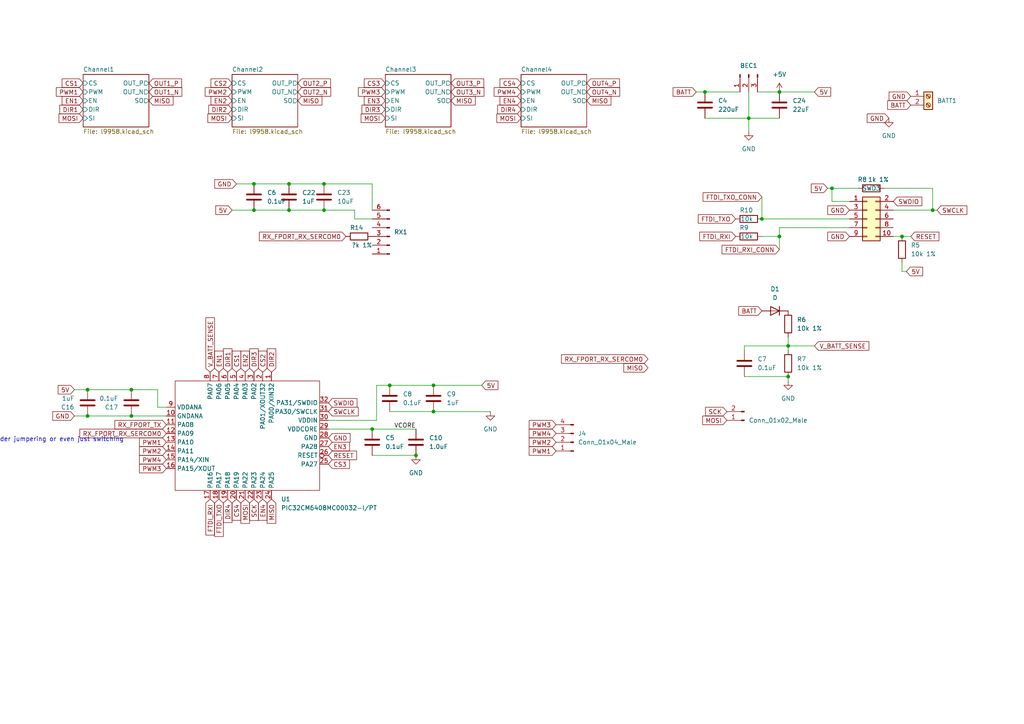
<source format=kicad_sch>
(kicad_sch (version 20211123) (generator eeschema)
  (paper "A4")
  (lib_symbols
    (symbol "Connector:Conn_01x02_Male" (pin_names (offset 1.016) hide)
      (property "Reference" "J" (at 0 2.54 0))
      (property "Value" "Conn_01x02_Male" (at 0 -5.08 0))
      (symbol "Conn_01x02_Male_1_1"
        (polyline (pts (xy 1.27 -2.54) (xy 0.8636 -2.54)) (stroke (width 0.1524)))
        (polyline (pts (xy 1.27 0) (xy 0.8636 0)) (stroke (width 0.1524)))
        (rectangle (start 0.8636 -2.413) (end 0 -2.667) (stroke (width 0.1524)) (fill (type outline)))
        (rectangle (start 0.8636 0.127) (end 0 -0.127) (stroke (width 0.1524)) (fill (type outline)))
        (pin passive line (at 5.08 0 180) (length 3.81) (name "Pin_1") (number "1"))
        (pin passive line (at 5.08 -2.54 180) (length 3.81) (name "Pin_2") (number "2"))
      )
    )
    (symbol "Connector:Conn_01x03_Male" (pin_names (offset 1.016) hide)
      (property "Reference" "J" (at 0 5.08 0))
      (property "Value" "Conn_01x03_Male" (at 0 -5.08 0))
      (symbol "Conn_01x03_Male_1_1"
        (polyline (pts (xy 1.27 -2.54) (xy 0.8636 -2.54)) (stroke (width 0.1524)))
        (polyline (pts (xy 1.27 0) (xy 0.8636 0)) (stroke (width 0.1524)))
        (polyline (pts (xy 1.27 2.54) (xy 0.8636 2.54)) (stroke (width 0.1524)))
        (rectangle (start 0.8636 -2.413) (end 0 -2.667) (stroke (width 0.1524)) (fill (type outline)))
        (rectangle (start 0.8636 0.127) (end 0 -0.127) (stroke (width 0.1524)) (fill (type outline)))
        (rectangle (start 0.8636 2.667) (end 0 2.413) (stroke (width 0.1524)) (fill (type outline)))
        (pin passive line (at 5.08 2.54 180) (length 3.81) (name "Pin_1") (number "1"))
        (pin passive line (at 5.08 0 180) (length 3.81) (name "Pin_2") (number "2"))
        (pin passive line (at 5.08 -2.54 180) (length 3.81) (name "Pin_3") (number "3"))
      )
    )
    (symbol "Connector:Conn_01x04_Male" (pin_names (offset 1.016) hide)
      (property "Reference" "J" (at 0 5.08 0))
      (property "Value" "Conn_01x04_Male" (at 0 -7.62 0))
      (symbol "Conn_01x04_Male_1_1"
        (polyline (pts (xy 1.27 -5.08) (xy 0.8636 -5.08)) (stroke (width 0.1524)))
        (polyline (pts (xy 1.27 -2.54) (xy 0.8636 -2.54)) (stroke (width 0.1524)))
        (polyline (pts (xy 1.27 0) (xy 0.8636 0)) (stroke (width 0.1524)))
        (polyline (pts (xy 1.27 2.54) (xy 0.8636 2.54)) (stroke (width 0.1524)))
        (rectangle (start 0.8636 -4.953) (end 0 -5.207) (stroke (width 0.1524)) (fill (type outline)))
        (rectangle (start 0.8636 -2.413) (end 0 -2.667) (stroke (width 0.1524)) (fill (type outline)))
        (rectangle (start 0.8636 0.127) (end 0 -0.127) (stroke (width 0.1524)) (fill (type outline)))
        (rectangle (start 0.8636 2.667) (end 0 2.413) (stroke (width 0.1524)) (fill (type outline)))
        (pin passive line (at 5.08 2.54 180) (length 3.81) (name "Pin_1") (number "1"))
        (pin passive line (at 5.08 0 180) (length 3.81) (name "Pin_2") (number "2"))
        (pin passive line (at 5.08 -2.54 180) (length 3.81) (name "Pin_3") (number "3"))
        (pin passive line (at 5.08 -5.08 180) (length 3.81) (name "Pin_4") (number "4"))
      )
    )
    (symbol "Connector:Conn_01x06_Male" (pin_names (offset 1.016) hide)
      (property "Reference" "J" (at 0 7.62 0))
      (property "Value" "Conn_01x06_Male" (at 0 -10.16 0))
      (symbol "Conn_01x06_Male_1_1"
        (polyline (pts (xy 1.27 -7.62) (xy 0.8636 -7.62)) (stroke (width 0.1524)))
        (polyline (pts (xy 1.27 -5.08) (xy 0.8636 -5.08)) (stroke (width 0.1524)))
        (polyline (pts (xy 1.27 -2.54) (xy 0.8636 -2.54)) (stroke (width 0.1524)))
        (polyline (pts (xy 1.27 0) (xy 0.8636 0)) (stroke (width 0.1524)))
        (polyline (pts (xy 1.27 2.54) (xy 0.8636 2.54)) (stroke (width 0.1524)))
        (polyline (pts (xy 1.27 5.08) (xy 0.8636 5.08)) (stroke (width 0.1524)))
        (rectangle (start 0.8636 -7.493) (end 0 -7.747) (stroke (width 0.1524)) (fill (type outline)))
        (rectangle (start 0.8636 -4.953) (end 0 -5.207) (stroke (width 0.1524)) (fill (type outline)))
        (rectangle (start 0.8636 -2.413) (end 0 -2.667) (stroke (width 0.1524)) (fill (type outline)))
        (rectangle (start 0.8636 0.127) (end 0 -0.127) (stroke (width 0.1524)) (fill (type outline)))
        (rectangle (start 0.8636 2.667) (end 0 2.413) (stroke (width 0.1524)) (fill (type outline)))
        (rectangle (start 0.8636 5.207) (end 0 4.953) (stroke (width 0.1524)) (fill (type outline)))
        (pin passive line (at 5.08 5.08 180) (length 3.81) (name "Pin_1") (number "1"))
        (pin passive line (at 5.08 2.54 180) (length 3.81) (name "Pin_2") (number "2"))
        (pin passive line (at 5.08 0 180) (length 3.81) (name "Pin_3") (number "3"))
        (pin passive line (at 5.08 -2.54 180) (length 3.81) (name "Pin_4") (number "4"))
        (pin passive line (at 5.08 -5.08 180) (length 3.81) (name "Pin_5") (number "5"))
        (pin passive line (at 5.08 -7.62 180) (length 3.81) (name "Pin_6") (number "6"))
      )
    )
    (symbol "Connector:Screw_Terminal_01x02" (pin_names (offset 1.016) hide)
      (property "Reference" "J" (at 0 2.54 0))
      (property "Value" "Screw_Terminal_01x02" (at 0 -5.08 0))
      (symbol "Screw_Terminal_01x02_1_1"
        (rectangle (start -1.27 1.27) (end 1.27 -3.81) (stroke (width 0.254)) (fill (type background)))
        (circle (center 0 -2.54) (radius 0.635) (stroke (width 0.1524)))
        (polyline (pts (xy -0.5334 -2.2098) (xy 0.3302 -3.048)) (stroke (width 0.1524)))
        (polyline (pts (xy -0.5334 0.3302) (xy 0.3302 -0.508)) (stroke (width 0.1524)))
        (polyline (pts (xy -0.3556 -2.032) (xy 0.508 -2.8702)) (stroke (width 0.1524)))
        (polyline (pts (xy -0.3556 0.508) (xy 0.508 -0.3302)) (stroke (width 0.1524)))
        (circle (center 0 0) (radius 0.635) (stroke (width 0.1524)))
        (pin passive line (at -5.08 0 0) (length 3.81) (name "Pin_1") (number "1"))
        (pin passive line (at -5.08 -2.54 0) (length 3.81) (name "Pin_2") (number "2"))
      )
    )
    (symbol "Connector_Generic:Conn_02x05_Odd_Even" (pin_names (offset 1.016) hide)
      (property "Reference" "J" (at 1.27 7.62 0))
      (property "Value" "Conn_02x05_Odd_Even" (at 1.27 -7.62 0))
      (symbol "Conn_02x05_Odd_Even_1_1"
        (rectangle (start -1.27 -4.953) (end 0 -5.207) (stroke (width 0.1524)))
        (rectangle (start -1.27 -2.413) (end 0 -2.667) (stroke (width 0.1524)))
        (rectangle (start -1.27 0.127) (end 0 -0.127) (stroke (width 0.1524)))
        (rectangle (start -1.27 2.667) (end 0 2.413) (stroke (width 0.1524)))
        (rectangle (start -1.27 5.207) (end 0 4.953) (stroke (width 0.1524)))
        (rectangle (start -1.27 6.35) (end 3.81 -6.35) (stroke (width 0.254)) (fill (type background)))
        (rectangle (start 3.81 -4.953) (end 2.54 -5.207) (stroke (width 0.1524)))
        (rectangle (start 3.81 -2.413) (end 2.54 -2.667) (stroke (width 0.1524)))
        (rectangle (start 3.81 0.127) (end 2.54 -0.127) (stroke (width 0.1524)))
        (rectangle (start 3.81 2.667) (end 2.54 2.413) (stroke (width 0.1524)))
        (rectangle (start 3.81 5.207) (end 2.54 4.953) (stroke (width 0.1524)))
        (pin passive line (at -5.08 5.08 0) (length 3.81) (name "Pin_1") (number "1"))
        (pin passive line (at 7.62 -5.08 180) (length 3.81) (name "Pin_10") (number "10"))
        (pin passive line (at 7.62 5.08 180) (length 3.81) (name "Pin_2") (number "2"))
        (pin passive line (at -5.08 2.54 0) (length 3.81) (name "Pin_3") (number "3"))
        (pin passive line (at 7.62 2.54 180) (length 3.81) (name "Pin_4") (number "4"))
        (pin passive line (at -5.08 0 0) (length 3.81) (name "Pin_5") (number "5"))
        (pin passive line (at 7.62 0 180) (length 3.81) (name "Pin_6") (number "6"))
        (pin passive line (at -5.08 -2.54 0) (length 3.81) (name "Pin_7") (number "7"))
        (pin passive line (at 7.62 -2.54 180) (length 3.81) (name "Pin_8") (number "8"))
        (pin passive line (at -5.08 -5.08 0) (length 3.81) (name "Pin_9") (number "9"))
      )
    )
    (symbol "D2:PIC32CM6408MC00032-I{slash}PT"
      (property "Reference" "U" (at -7.62 63.5 0))
      (property "Value" "PIC32CM6408MC00032-I{slash}PT" (at -7.62 -15.24 0))
      (symbol "PIC32CM6408MC00032-I{slash}PT_0_1"
        (rectangle (start -21.59 43.18) (end 10.16 1.27))
      )
      (symbol "PIC32CM6408MC00032-I{slash}PT_1_1"
        (pin bidirectional line (at -24.13 29.21 0) (length 2.54) (name "PA00/XIN32") (number "1"))
        (pin bidirectional line (at -11.43 -1.27 90) (length 2.54) (name "GNDANA") (number "10"))
        (pin bidirectional line (at -8.89 -1.27 90) (length 2.54) (name "PA08") (number "11"))
        (pin bidirectional line (at -6.35 -1.27 90) (length 2.54) (name "PA09") (number "12"))
        (pin bidirectional line (at -3.81 -1.27 90) (length 2.54) (name "PA10") (number "13"))
        (pin bidirectional line (at -1.27 -1.27 90) (length 2.54) (name "PA11") (number "14"))
        (pin bidirectional line (at 1.27 -1.27 90) (length 2.54) (name "PA14/XIN") (number "15"))
        (pin bidirectional line (at 3.81 -1.27 90) (length 2.54) (name "PA15/XOUT") (number "16"))
        (pin bidirectional line (at 12.7 11.43 180) (length 2.54) (name "PA16") (number "17"))
        (pin bidirectional line (at 12.7 13.97 180) (length 2.54) (name "PA17") (number "18"))
        (pin bidirectional line (at 12.7 16.51 180) (length 2.54) (name "PA18") (number "19"))
        (pin bidirectional line (at -24.13 26.67 0) (length 2.54) (name "PA01/XOUT32") (number "2"))
        (pin bidirectional line (at 12.7 19.05 180) (length 2.54) (name "PA19") (number "20"))
        (pin bidirectional line (at 12.7 21.59 180) (length 2.54) (name "PA22") (number "21"))
        (pin bidirectional line (at 12.7 24.13 180) (length 2.54) (name "PA23") (number "22"))
        (pin bidirectional line (at 12.7 26.67 180) (length 2.54) (name "PA24") (number "23"))
        (pin bidirectional line (at 12.7 29.21 180) (length 2.54) (name "PA25") (number "24"))
        (pin bidirectional line (at 2.54 45.72 270) (length 2.54) (name "PA27") (number "25"))
        (pin input inverted (at 0 45.72 270) (length 2.54) (name "RESET") (number "26"))
        (pin bidirectional line (at -2.54 45.72 270) (length 2.54) (name "PA28") (number "27"))
        (pin bidirectional line (at -5.08 45.72 270) (length 2.54) (name "GND") (number "28"))
        (pin bidirectional line (at -7.62 45.72 270) (length 2.54) (name "VDDCORE") (number "29"))
        (pin bidirectional line (at -24.13 24.13 0) (length 2.54) (name "PA02") (number "3"))
        (pin bidirectional line (at -10.16 45.72 270) (length 2.54) (name "VDDIN") (number "30"))
        (pin bidirectional line (at -12.7 45.72 270) (length 2.54) (name "PA30/SWCLK") (number "31"))
        (pin bidirectional line (at -15.24 45.72 270) (length 2.54) (name "PA31/SWDIO") (number "32"))
        (pin bidirectional line (at -24.13 21.59 0) (length 2.54) (name "PA03") (number "4"))
        (pin bidirectional line (at -24.13 19.05 0) (length 2.54) (name "PA04") (number "5"))
        (pin bidirectional line (at -24.13 16.51 0) (length 2.54) (name "PA05") (number "6"))
        (pin bidirectional line (at -24.13 13.97 0) (length 2.54) (name "PA06") (number "7"))
        (pin bidirectional line (at -24.13 11.43 0) (length 2.54) (name "PA07") (number "8"))
        (pin bidirectional line (at -13.97 -1.27 90) (length 2.54) (name "VDDANA") (number "9"))
      )
    )
    (symbol "Device:C" (pin_numbers hide) (pin_names (offset 0.254))
      (property "Reference" "C" (at 0.635 2.54 0))
      (property "Value" "C" (at 0.635 -2.54 0))
      (symbol "C_0_1"
        (polyline (pts (xy -2.032 -0.762) (xy 2.032 -0.762)) (stroke (width 0.508)))
        (polyline (pts (xy -2.032 0.762) (xy 2.032 0.762)) (stroke (width 0.508)))
      )
      (symbol "C_1_1"
        (pin passive line (at 0 3.81 270) (length 2.794) (name "~") (number "1"))
        (pin passive line (at 0 -3.81 90) (length 2.794) (name "~") (number "2"))
      )
    )
    (symbol "Device:D" (pin_numbers hide) (pin_names (offset 1.016) hide)
      (property "Reference" "D" (at 0 2.54 0))
      (property "Value" "D" (at 0 -2.54 0))
      (symbol "D_0_1"
        (polyline (pts (xy -1.27 1.27) (xy -1.27 -1.27)) (stroke (width 0.254)))
        (polyline (pts (xy 1.27 0) (xy -1.27 0)))
        (polyline (pts (xy 1.27 1.27) (xy 1.27 -1.27) (xy -1.27 0) (xy 1.27 1.27)) (stroke (width 0.254)))
      )
      (symbol "D_1_1"
        (pin passive line (at -3.81 0 0) (length 2.54) (name "K") (number "1"))
        (pin passive line (at 3.81 0 180) (length 2.54) (name "A") (number "2"))
      )
    )
    (symbol "Device:R" (pin_numbers hide) (pin_names (offset 0))
      (property "Reference" "R" (at 2.032 0 90))
      (property "Value" "R" (at 0 0 90))
      (symbol "R_0_1"
        (rectangle (start -1.016 -2.54) (end 1.016 2.54) (stroke (width 0.254)))
      )
      (symbol "R_1_1"
        (pin passive line (at 0 3.81 270) (length 1.27) (name "~") (number "1"))
        (pin passive line (at 0 -3.81 90) (length 1.27) (name "~") (number "2"))
      )
    )
    (symbol "power:+5V" (power) (pin_names (offset 0))
      (property "Value" "+5V" (at 0 3.556 0))
      (symbol "+5V_0_1"
        (polyline (pts (xy -0.762 1.27) (xy 0 2.54)))
        (polyline (pts (xy 0 0) (xy 0 2.54)))
        (polyline (pts (xy 0 2.54) (xy 0.762 1.27)))
      )
      (symbol "+5V_1_1"
        (pin power_in line (at 0 0 90) (length 0) hide (name "+5V") (number "1"))
      )
    )
    (symbol "power:GND" (power) (pin_names (offset 0))
      (property "Value" "GND" (at 0 -3.81 0))
      (symbol "GND_0_1"
        (polyline (pts (xy 0 0) (xy 0 -1.27) (xy 1.27 -1.27) (xy 0 -2.54) (xy -1.27 -1.27) (xy 0 -1.27)))
      )
      (symbol "GND_1_1"
        (pin power_in line (at 0 0 270) (length 0) hide (name "GND") (number "1"))
      )
    )
  )
  (junction (at 38.1 113.03))
  (junction (at 93.98 60.96))
  (junction (at 241.3 54.61))
  (junction (at 113.03 111.76))
  (junction (at 226.06 26.67))
  (junction (at 228.6 100.33))
  (junction (at 261.62 68.58))
  (junction (at 83.82 53.34))
  (junction (at 38.1 120.65))
  (junction (at 107.95 124.46))
  (junction (at 73.66 60.96))
  (junction (at 220.98 63.5))
  (junction (at 228.6 109.22))
  (junction (at 204.47 26.67))
  (junction (at 25.4 120.65))
  (junction (at 270.51 60.96))
  (junction (at 125.73 119.38))
  (junction (at 217.17 34.29))
  (junction (at 120.65 132.08))
  (junction (at 226.06 68.58))
  (junction (at 73.66 53.34))
  (junction (at 125.73 111.76))
  (junction (at 93.98 53.34))
  (junction (at 83.82 60.96))
  (junction (at 25.4 113.03))
  (wire (pts (xy 95.25 124.46) (xy 107.95 124.46)))
  (wire (pts (xy 228.6 100.33) (xy 236.22 100.33)))
  (wire (pts (xy 38.1 120.65) (xy 48.26 120.65)))
  (wire (pts (xy 215.9 109.22) (xy 228.6 109.22)))
  (wire (pts (xy 73.66 60.96) (xy 83.82 60.96)))
  (wire (pts (xy 228.6 109.22) (xy 228.6 110.49)))
  (wire (pts (xy 204.47 26.67) (xy 214.63 26.67)))
  (wire (pts (xy 102.87 63.5) (xy 102.87 60.96)))
  (wire (pts (xy 226.06 26.67) (xy 236.22 26.67)))
  (wire (pts (xy 83.82 60.96) (xy 93.98 60.96)))
  (wire (pts (xy 48.26 118.11) (xy 45.72 118.11)))
  (wire (pts (xy 270.51 54.61) (xy 270.51 60.96)))
  (wire (pts (xy 68.58 53.34) (xy 73.66 53.34)))
  (wire (pts (xy 215.9 101.6) (xy 215.9 100.33)))
  (wire (pts (xy 219.71 26.67) (xy 226.06 26.67)))
  (wire (pts (xy 38.1 120.65) (xy 25.4 120.65)))
  (wire (pts (xy 38.1 113.03) (xy 25.4 113.03)))
  (wire (pts (xy 226.06 66.04) (xy 226.06 68.58)))
  (wire (pts (xy 201.93 26.67) (xy 204.47 26.67)))
  (wire (pts (xy 204.47 34.29) (xy 217.17 34.29)))
  (wire (pts (xy 256.54 54.61) (xy 270.51 54.61)))
  (wire (pts (xy 220.98 63.5) (xy 246.38 63.5)))
  (wire (pts (xy 228.6 100.33) (xy 228.6 101.6)))
  (wire (pts (xy 220.98 57.15) (xy 220.98 63.5)))
  (wire (pts (xy 220.98 68.58) (xy 226.06 68.58)))
  (wire (pts (xy 261.62 76.2) (xy 261.62 78.74)))
  (wire (pts (xy 21.59 120.65) (xy 25.4 120.65)))
  (wire (pts (xy 107.95 132.08) (xy 120.65 132.08)))
  (wire (pts (xy 107.95 60.96) (xy 107.95 53.34)))
  (wire (pts (xy 125.73 111.76) (xy 139.7 111.76)))
  (wire (pts (xy 125.73 119.38) (xy 142.24 119.38)))
  (wire (pts (xy 259.08 68.58) (xy 261.62 68.58)))
  (wire (pts (xy 246.38 66.04) (xy 226.06 66.04)))
  (wire (pts (xy 113.03 111.76) (xy 125.73 111.76)))
  (wire (pts (xy 67.31 60.96) (xy 73.66 60.96)))
  (wire (pts (xy 102.87 60.96) (xy 93.98 60.96)))
  (wire (pts (xy 93.98 53.34) (xy 107.95 53.34)))
  (wire (pts (xy 270.51 60.96) (xy 271.78 60.96)))
  (wire (pts (xy 246.38 58.42) (xy 241.3 58.42)))
  (wire (pts (xy 73.66 53.34) (xy 83.82 53.34)))
  (wire (pts (xy 261.62 68.58) (xy 264.16 68.58)))
  (wire (pts (xy 107.95 63.5) (xy 102.87 63.5)))
  (wire (pts (xy 21.59 113.03) (xy 25.4 113.03)))
  (wire (pts (xy 217.17 26.67) (xy 217.17 34.29)))
  (wire (pts (xy 241.3 54.61) (xy 241.3 58.42)))
  (wire (pts (xy 226.06 68.58) (xy 226.06 72.39)))
  (wire (pts (xy 109.22 111.76) (xy 113.03 111.76)))
  (wire (pts (xy 109.22 121.92) (xy 109.22 111.76)))
  (wire (pts (xy 95.25 121.92) (xy 109.22 121.92)))
  (wire (pts (xy 259.08 60.96) (xy 270.51 60.96)))
  (wire (pts (xy 240.03 54.61) (xy 241.3 54.61)))
  (wire (pts (xy 107.95 124.46) (xy 120.65 124.46)))
  (wire (pts (xy 113.03 119.38) (xy 125.73 119.38)))
  (wire (pts (xy 83.82 53.34) (xy 93.98 53.34)))
  (wire (pts (xy 228.6 97.79) (xy 228.6 100.33)))
  (wire (pts (xy 215.9 100.33) (xy 228.6 100.33)))
  (wire (pts (xy 217.17 34.29) (xy 217.17 38.1)))
  (wire (pts (xy 261.62 78.74) (xy 262.89 78.74)))
  (wire (pts (xy 45.72 113.03) (xy 38.1 113.03)))
  (wire (pts (xy 217.17 34.29) (xy 226.06 34.29)))
  (wire (pts (xy 45.72 118.11) (xy 45.72 113.03)))
  (wire (pts (xy 241.3 54.61) (xy 248.92 54.61)))
  (text "consider jumpering or even just switching" (at -5.08 128.27 0) (effects (font (size 1.27 1.27)) (justify left bottom)))
  (label "VCORE" (at 114.3 124.46 0))
  (global_label "EN3" (shape input) (at 111.76 29.21 180) (property "Intersheet References" "${INTERSHEET_REFS}" (effects hide)))
  (global_label "FTDI_RXI" (shape input) (at 60.96 144.78 270) (property "Intersheet References" "${INTERSHEET_REFS}" (effects hide)))
  (global_label "EN4" (shape input) (at 76.2 144.78 270) (property "Intersheet References" "${INTERSHEET_REFS}" (effects hide)))
  (global_label "GND" (shape input) (at 68.58 53.34 180) (property "Intersheet References" "${INTERSHEET_REFS}" (effects hide)))
  (global_label "PWM4" (shape input) (at 151.13 26.67 180) (property "Intersheet References" "${INTERSHEET_REFS}" (effects hide)))
  (global_label "CS3" (shape input) (at 95.25 134.62 0) (property "Intersheet References" "${INTERSHEET_REFS}" (effects hide)))
  (global_label "OUT1_P" (shape input) (at 43.18 24.13 0) (property "Intersheet References" "${INTERSHEET_REFS}" (effects hide)))
  (global_label "RX_FPORT_RX_SERCOM0" (shape input) (at 100.33 68.58 180) (property "Intersheet References" "${INTERSHEET_REFS}" (effects hide)))
  (global_label "CS4" (shape input) (at 68.58 144.78 270) (property "Intersheet References" "${INTERSHEET_REFS}" (effects hide)))
  (global_label "FTDI_RXI" (shape input) (at 213.36 68.58 180) (property "Intersheet References" "${INTERSHEET_REFS}" (effects hide)))
  (global_label "PWM1" (shape input) (at 24.13 26.67 180) (property "Intersheet References" "${INTERSHEET_REFS}" (effects hide)))
  (global_label "MOSI" (shape input) (at 151.13 34.29 180) (property "Intersheet References" "${INTERSHEET_REFS}" (effects hide)))
  (global_label "PWM4" (shape input) (at 161.29 125.73 180) (property "Intersheet References" "${INTERSHEET_REFS}" (effects hide)))
  (global_label "OUT3_N" (shape input) (at 130.81 26.67 0) (property "Intersheet References" "${INTERSHEET_REFS}" (effects hide)))
  (global_label "DIR2" (shape input) (at 67.31 31.75 180) (property "Intersheet References" "${INTERSHEET_REFS}" (effects hide)))
  (global_label "SWDIO" (shape input) (at 95.25 116.84 0) (property "Intersheet References" "${INTERSHEET_REFS}" (effects hide)))
  (global_label "RESET" (shape input) (at 264.16 68.58 0) (property "Intersheet References" "${INTERSHEET_REFS}" (effects hide)))
  (global_label "DIR2" (shape input) (at 78.74 107.95 90) (property "Intersheet References" "${INTERSHEET_REFS}" (effects hide)))
  (global_label "EN1" (shape input) (at 63.5 107.95 90) (property "Intersheet References" "${INTERSHEET_REFS}" (effects hide)))
  (global_label "OUT2_N" (shape input) (at 86.36 26.67 0) (property "Intersheet References" "${INTERSHEET_REFS}" (effects hide)))
  (global_label "5V" (shape input) (at 262.89 78.74 0) (property "Intersheet References" "${INTERSHEET_REFS}" (effects hide)))
  (global_label "SWCLK" (shape input) (at 95.25 119.38 0) (property "Intersheet References" "${INTERSHEET_REFS}" (effects hide)))
  (global_label "SCK" (shape input) (at 210.82 119.38 180) (property "Intersheet References" "${INTERSHEET_REFS}" (effects hide)))
  (global_label "FTDI_TXO" (shape input) (at 63.5 144.78 270) (property "Intersheet References" "${INTERSHEET_REFS}" (effects hide)))
  (global_label "BATT" (shape input) (at 264.16 30.48 180) (property "Intersheet References" "${INTERSHEET_REFS}" (effects hide)))
  (global_label "CS4" (shape input) (at 151.13 24.13 180) (property "Intersheet References" "${INTERSHEET_REFS}" (effects hide)))
  (global_label "EN3" (shape input) (at 95.25 129.54 0) (property "Intersheet References" "${INTERSHEET_REFS}" (effects hide)))
  (global_label "5V" (shape input) (at 21.59 113.03 180) (property "Intersheet References" "${INTERSHEET_REFS}" (effects hide)))
  (global_label "PWM2" (shape input) (at 67.31 26.67 180) (property "Intersheet References" "${INTERSHEET_REFS}" (effects hide)))
  (global_label "MISO" (shape input) (at 43.18 29.21 0) (property "Intersheet References" "${INTERSHEET_REFS}" (effects hide)))
  (global_label "5V" (shape input) (at 67.31 60.96 180) (property "Intersheet References" "${INTERSHEET_REFS}" (effects hide)))
  (global_label "EN1" (shape input) (at 24.13 29.21 180) (property "Intersheet References" "${INTERSHEET_REFS}" (effects hide)))
  (global_label "MISO" (shape input) (at 170.18 29.21 0) (property "Intersheet References" "${INTERSHEET_REFS}" (effects hide)))
  (global_label "EN2" (shape input) (at 71.12 107.95 90) (property "Intersheet References" "${INTERSHEET_REFS}" (effects hide)))
  (global_label "CS3" (shape input) (at 111.76 24.13 180) (property "Intersheet References" "${INTERSHEET_REFS}" (effects hide)))
  (global_label "CS1" (shape input) (at 24.13 24.13 180) (property "Intersheet References" "${INTERSHEET_REFS}" (effects hide)))
  (global_label "5V" (shape input) (at 240.03 54.61 180) (property "Intersheet References" "${INTERSHEET_REFS}" (effects hide)))
  (global_label "MOSI" (shape input) (at 71.12 144.78 270) (property "Intersheet References" "${INTERSHEET_REFS}" (effects hide)))
  (global_label "V_BATT_SENSE" (shape input) (at 60.96 107.95 90) (property "Intersheet References" "${INTERSHEET_REFS}" (effects hide)))
  (global_label "DIR1" (shape input) (at 24.13 31.75 180) (property "Intersheet References" "${INTERSHEET_REFS}" (effects hide)))
  (global_label "BATT" (shape input) (at 220.98 90.17 180) (property "Intersheet References" "${INTERSHEET_REFS}" (effects hide)))
  (global_label "OUT4_N" (shape input) (at 170.18 26.67 0) (property "Intersheet References" "${INTERSHEET_REFS}" (effects hide)))
  (global_label "EN4" (shape input) (at 151.13 29.21 180) (property "Intersheet References" "${INTERSHEET_REFS}" (effects hide)))
  (global_label "MOSI" (shape input) (at 24.13 34.29 180) (property "Intersheet References" "${INTERSHEET_REFS}" (effects hide)))
  (global_label "CS1" (shape input) (at 68.58 107.95 90) (property "Intersheet References" "${INTERSHEET_REFS}" (effects hide)))
  (global_label "EN2" (shape input) (at 67.31 29.21 180) (property "Intersheet References" "${INTERSHEET_REFS}" (effects hide)))
  (global_label "DIR1" (shape input) (at 66.04 107.95 90) (property "Intersheet References" "${INTERSHEET_REFS}" (effects hide)))
  (global_label "OUT4_P" (shape input) (at 170.18 24.13 0) (property "Intersheet References" "${INTERSHEET_REFS}" (effects hide)))
  (global_label "DIR3" (shape input) (at 111.76 31.75 180) (property "Intersheet References" "${INTERSHEET_REFS}" (effects hide)))
  (global_label "5V" (shape input) (at 236.22 26.67 0) (property "Intersheet References" "${INTERSHEET_REFS}" (effects hide)))
  (global_label "GND" (shape input) (at 246.38 60.96 180) (property "Intersheet References" "${INTERSHEET_REFS}" (effects hide)))
  (global_label "RX_FPORT_TX" (shape input) (at 48.26 123.19 180) (property "Intersheet References" "${INTERSHEET_REFS}" (effects hide)))
  (global_label "FTDI_TXO_CONN" (shape input) (at 220.98 57.15 180) (property "Intersheet References" "${INTERSHEET_REFS}" (effects hide)))
  (global_label "PWM4" (shape input) (at 48.26 133.35 180) (property "Intersheet References" "${INTERSHEET_REFS}" (effects hide)))
  (global_label "MOSI" (shape input) (at 67.31 34.29 180) (property "Intersheet References" "${INTERSHEET_REFS}" (effects hide)))
  (global_label "PWM3" (shape input) (at 48.26 135.89 180) (property "Intersheet References" "${INTERSHEET_REFS}" (effects hide)))
  (global_label "RX_FPORT_RX_SERCOM0" (shape input) (at 187.96 104.14 180) (property "Intersheet References" "${INTERSHEET_REFS}" (effects hide)))
  (global_label "DIR4" (shape input) (at 66.04 144.78 270) (property "Intersheet References" "${INTERSHEET_REFS}" (effects hide)))
  (global_label "DIR3" (shape input) (at 73.66 107.95 90) (property "Intersheet References" "${INTERSHEET_REFS}" (effects hide)))
  (global_label "PWM3" (shape input) (at 111.76 26.67 180) (property "Intersheet References" "${INTERSHEET_REFS}" (effects hide)))
  (global_label "FTDI_RXI_CONN" (shape input) (at 226.06 72.39 180) (property "Intersheet References" "${INTERSHEET_REFS}" (effects hide)))
  (global_label "OUT1_N" (shape input) (at 43.18 26.67 0) (property "Intersheet References" "${INTERSHEET_REFS}" (effects hide)))
  (global_label "GND" (shape input) (at 264.16 27.94 180) (property "Intersheet References" "${INTERSHEET_REFS}" (effects hide)))
  (global_label "DIR4" (shape input) (at 151.13 31.75 180) (property "Intersheet References" "${INTERSHEET_REFS}" (effects hide)))
  (global_label "PWM2" (shape input) (at 48.26 130.81 180) (property "Intersheet References" "${INTERSHEET_REFS}" (effects hide)))
  (global_label "MISO" (shape input) (at 187.96 106.68 180) (property "Intersheet References" "${INTERSHEET_REFS}" (effects hide)))
  (global_label "CS2" (shape input) (at 67.31 24.13 180) (property "Intersheet References" "${INTERSHEET_REFS}" (effects hide)))
  (global_label "RX_FPORT_RX_SERCOM0" (shape input) (at 48.26 125.73 180) (property "Intersheet References" "${INTERSHEET_REFS}" (effects hide)))
  (global_label "GND" (shape input) (at 257.81 34.29 180) (property "Intersheet References" "${INTERSHEET_REFS}" (effects hide)))
  (global_label "OUT3_P" (shape input) (at 130.81 24.13 0) (property "Intersheet References" "${INTERSHEET_REFS}" (effects hide)))
  (global_label "FTDI_TXO" (shape input) (at 213.36 63.5 180) (property "Intersheet References" "${INTERSHEET_REFS}" (effects hide)))
  (global_label "SWCLK" (shape input) (at 271.78 60.96 0) (property "Intersheet References" "${INTERSHEET_REFS}" (effects hide)))
  (global_label "PWM1" (shape input) (at 161.29 130.81 180) (property "Intersheet References" "${INTERSHEET_REFS}" (effects hide)))
  (global_label "GND" (shape input) (at 95.25 127 0) (property "Intersheet References" "${INTERSHEET_REFS}" (effects hide)))
  (global_label "CS2" (shape input) (at 76.2 107.95 90) (property "Intersheet References" "${INTERSHEET_REFS}" (effects hide)))
  (global_label "MOSI" (shape input) (at 210.82 121.92 180) (property "Intersheet References" "${INTERSHEET_REFS}" (effects hide)))
  (global_label "PWM1" (shape input) (at 48.26 128.27 180) (property "Intersheet References" "${INTERSHEET_REFS}" (effects hide)))
  (global_label "V_BATT_SENSE" (shape input) (at 236.22 100.33 0) (property "Intersheet References" "${INTERSHEET_REFS}" (effects hide)))
  (global_label "SCK" (shape input) (at 73.66 144.78 270) (property "Intersheet References" "${INTERSHEET_REFS}" (effects hide)))
  (global_label "BATT" (shape input) (at 201.93 26.67 180) (property "Intersheet References" "${INTERSHEET_REFS}" (effects hide)))
  (global_label "MISO" (shape input) (at 86.36 29.21 0) (property "Intersheet References" "${INTERSHEET_REFS}" (effects hide)))
  (global_label "GND" (shape input) (at 246.38 68.58 180) (property "Intersheet References" "${INTERSHEET_REFS}" (effects hide)))
  (global_label "RESET" (shape input) (at 95.25 132.08 0) (property "Intersheet References" "${INTERSHEET_REFS}" (effects hide)))
  (global_label "GND" (shape input) (at 21.59 120.65 180) (property "Intersheet References" "${INTERSHEET_REFS}" (effects hide)))
  (global_label "SWDIO" (shape input) (at 259.08 58.42 0) (property "Intersheet References" "${INTERSHEET_REFS}" (effects hide)))
  (global_label "OUT2_P" (shape input) (at 86.36 24.13 0) (property "Intersheet References" "${INTERSHEET_REFS}" (effects hide)))
  (global_label "5V" (shape input) (at 139.7 111.76 0) (property "Intersheet References" "${INTERSHEET_REFS}" (effects hide)))
  (global_label "PWM3" (shape input) (at 161.29 123.19 180) (property "Intersheet References" "${INTERSHEET_REFS}" (effects hide)))
  (global_label "MOSI" (shape input) (at 111.76 34.29 180) (property "Intersheet References" "${INTERSHEET_REFS}" (effects hide)))
  (global_label "PWM2" (shape input) (at 161.29 128.27 180) (property "Intersheet References" "${INTERSHEET_REFS}" (effects hide)))
  (global_label "MISO" (shape input) (at 78.74 144.78 270) (property "Intersheet References" "${INTERSHEET_REFS}" (effects hide)))
  (global_label "MISO" (shape input) (at 130.81 29.21 0) (property "Intersheet References" "${INTERSHEET_REFS}" (effects hide)))
  (symbol (lib_id "Device:C") (at 226.06 30.48 0) (unit 1)
    (property "Reference" "C24" (at 229.87 29.2099 0) (effects (justify left)))
    (property "Value" "22uF" (at 229.87 31.7499 0) (effects (justify left)))
    (property "Footprint" "Capacitor_SMD:C_0805_2012Metric_Pad1.18x1.45mm_HandSolder" (effects hide))
  )
  (symbol (lib_id "Connector:Conn_01x04_Male") (at 166.37 128.27 180) (unit 1)
    (property "Reference" "J4" (at 167.64 125.7299 0) (effects (justify right)))
    (property "Value" "Conn_01x04_Male" (at 167.64 128.2699 0) (effects (justify right)))
    (property "Footprint" "Connector_PinHeader_2.54mm:PinHeader_1x04_P2.54mm_Vertical" (effects hide))
  )
  (symbol (lib_id "Connector:Conn_01x06_Male") (at 113.03 68.58 180) (unit 1)
    (property "Reference" "RX1" (at 114.3 67.3099 0) (effects (justify right)))
    (property "Value" "RX" (effects hide))
    (property "Footprint" "Connector_PinHeader_2.00mm:PinHeader_1x06_P2.00mm_Vertical" (effects hide))
  )
  (symbol (lib_id "Device:C") (at 25.4 116.84 180) (unit 1)
    (property "Reference" "C16" (at 21.59 118.1101 0) (effects (justify left)))
    (property "Value" "1uF" (at 21.59 115.5701 0) (effects (justify left)))
    (property "Footprint" "Capacitor_SMD:C_0603_1608Metric" (effects hide))
  )
  (symbol (lib_id "Device:C") (at 113.03 115.57 0) (unit 1)
    (property "Reference" "C8" (at 116.84 114.2999 0) (effects (justify left)))
    (property "Value" "0.1uF" (at 116.84 116.8399 0) (effects (justify left)))
    (property "Footprint" "Capacitor_SMD:C_0603_1608Metric" (effects hide))
  )
  (symbol (lib_id "Connector_Generic:Conn_02x05_Odd_Even") (at 251.46 63.5 0) (unit 1)
    (property "Reference" "SWD3" (at 252.73 54.61 0))
    (property "Value" "Connector:Tag-Connect_TC2050-IDC-NL_2x05_P1.27mm_Vertical" (effects hide))
    (property "Footprint" "Connector:Tag-Connect_TC2050-IDC-NL_2x05_P1.27mm_Vertical" (effects hide))
  )
  (symbol (lib_id "Connector:Screw_Terminal_01x02") (at 269.24 27.94 0) (unit 1)
    (property "Reference" "BATT1" (at 271.78 29.2099 0) (effects (justify left)))
    (property "Value" "Screw_Terminal_01x02" (effects hide))
    (property "Footprint" "Connector_AMASS:AMASS_XT30U-M_1x02_P5.0mm_Vertical" (effects hide))
  )
  (symbol (lib_id "Device:R") (at 261.62 72.39 0) (unit 1)
    (property "Reference" "R5" (at 264.16 71.1199 0) (effects (justify left)))
    (property "Value" "10k 1%" (at 264.16 73.66 0) (effects (justify left)))
    (property "Footprint" "Resistor_SMD:R_0603_1608Metric" (effects hide))
  )
  (symbol (lib_id "Device:R") (at 228.6 105.41 0) (unit 1)
    (property "Reference" "R7" (at 231.14 104.1399 0) (effects (justify left)))
    (property "Value" "10k 1%" (at 231.14 106.68 0) (effects (justify left)))
    (property "Footprint" "Resistor_SMD:R_0603_1608Metric" (effects hide))
  )
  (symbol (lib_id "Device:R") (at 252.73 54.61 90) (unit 1)
    (property "Reference" "R8" (at 251.4599 52.07 90) (effects (justify left)))
    (property "Value" "1k 1%" (at 257.81 52.07 90) (effects (justify left)))
    (property "Footprint" "Resistor_SMD:R_0603_1608Metric" (effects hide))
  )
  (symbol (lib_id "D2:PIC32CM6408MC00032-I{slash}PT") (at 49.53 132.08 270) (unit 1)
    (property "Reference" "U1" (at 81.5087 144.78 90) (effects (justify left)))
    (property "Value" "PIC32CM6408MC00032-I/PT" (at 81.5087 147.32 90) (effects (justify left)))
    (property "Footprint" "Package_QFP:TQFP-32_7x7mm_P0.8mm" (effects hide))
  )
  (symbol (lib_id "Device:D") (at 224.79 90.17 180) (unit 1)
    (property "Reference" "D1" (at 224.79 83.82 0))
    (property "Value" "D" (at 224.79 86.36 0))
    (property "Footprint" "Diode_SMD:D_0603_1608Metric" (effects hide))
  )
  (symbol (lib_id "power:GND") (at 142.24 119.38 0) (unit 1)
    (property "Reference" "#PWR0112" (effects hide))
    (property "Value" "GND" (at 142.24 124.46 0))
  )
  (symbol (lib_id "Device:C") (at 73.66 57.15 0) (unit 1)
    (property "Reference" "C6" (at 77.47 55.8799 0) (effects (justify left)))
    (property "Value" "0.1uF" (at 77.47 58.4199 0) (effects (justify left)))
    (property "Footprint" "Capacitor_SMD:C_0603_1608Metric" (effects hide))
  )
  (symbol (lib_id "power:GND") (at 228.6 110.49 0) (unit 1)
    (property "Reference" "#PWR0111" (effects hide))
    (property "Value" "GND" (at 228.6 115.57 0))
  )
  (symbol (lib_id "Device:C") (at 204.47 30.48 0) (unit 1)
    (property "Reference" "C4" (at 208.28 29.2099 0) (effects (justify left)))
    (property "Value" "220uF" (at 208.28 31.7499 0) (effects (justify left)))
    (property "Footprint" "Capacitor_THT:CP_Radial_D8.0mm_P3.50mm" (effects hide))
  )
  (symbol (lib_id "Device:C") (at 93.98 57.15 0) (unit 1)
    (property "Reference" "C23" (at 97.79 55.8799 0) (effects (justify left)))
    (property "Value" "10uF" (at 97.79 58.4199 0) (effects (justify left)))
    (property "Footprint" "Capacitor_SMD:C_1206_3216Metric_Pad1.33x1.80mm_HandSolder" (effects hide))
  )
  (symbol (lib_id "Device:C") (at 38.1 116.84 180) (unit 1)
    (property "Reference" "C17" (at 34.29 118.1101 0) (effects (justify left)))
    (property "Value" "0.1uF" (at 34.29 115.5701 0) (effects (justify left)))
    (property "Footprint" "Capacitor_SMD:C_0603_1608Metric" (effects hide))
  )
  (symbol (lib_id "Connector:Conn_01x02_Male") (at 215.9 121.92 180) (unit 1)
    (property "Reference" "J2" (effects hide))
    (property "Value" "Conn_01x02_Male" (at 217.17 121.9199 0) (effects (justify right)))
    (property "Footprint" "Connector_PinHeader_2.54mm:PinHeader_1x02_P2.54mm_Vertical" (effects hide))
  )
  (symbol (lib_id "Connector:Conn_01x03_Male") (at 217.17 21.59 90) (mirror x) (unit 1)
    (property "Reference" "BEC1" (at 217.17 19.05 90))
    (property "Value" "BEC" (effects hide))
    (property "Footprint" "Connector_PinHeader_2.54mm:PinHeader_1x03_P2.54mm_Vertical" (effects hide))
  )
  (symbol (lib_id "Device:C") (at 215.9 105.41 0) (unit 1)
    (property "Reference" "C7" (at 219.71 104.1399 0) (effects (justify left)))
    (property "Value" "0.1uF" (at 219.71 106.6799 0) (effects (justify left)))
    (property "Footprint" "Capacitor_SMD:C_0603_1608Metric" (effects hide))
  )
  (symbol (lib_id "Device:C") (at 83.82 57.15 0) (unit 1)
    (property "Reference" "C22" (at 87.63 55.8799 0) (effects (justify left)))
    (property "Value" "1uF" (at 87.63 58.4199 0) (effects (justify left)))
    (property "Footprint" "Capacitor_SMD:C_0603_1608Metric" (effects hide))
  )
  (symbol (lib_id "Device:R") (at 217.17 68.58 90) (unit 1)
    (property "Reference" "R9" (at 217.17 66.04 90) (effects (justify left)))
    (property "Value" "10k" (at 218.44 68.58 90) (effects (justify left)))
    (property "Footprint" "Resistor_SMD:R_0603_1608Metric" (effects hide))
  )
  (symbol (lib_id "Device:C") (at 120.65 128.27 0) (unit 1)
    (property "Reference" "C10" (at 124.46 126.9999 0) (effects (justify left)))
    (property "Value" "1.0uF" (at 124.46 129.5399 0) (effects (justify left)))
    (property "Footprint" "Capacitor_SMD:C_0603_1608Metric" (effects hide))
  )
  (symbol (lib_id "Device:R") (at 217.17 63.5 90) (unit 1)
    (property "Reference" "R10" (at 218.44 60.96 90) (effects (justify left)))
    (property "Value" "10k" (at 218.44 63.5 90) (effects (justify left)))
    (property "Footprint" "Resistor_SMD:R_0603_1608Metric" (effects hide))
  )
  (symbol (lib_id "Device:R") (at 104.14 68.58 90) (unit 1)
    (property "Reference" "R14" (at 105.41 66.04 90) (effects (justify left)))
    (property "Value" "?k 1%" (at 107.95 71.12 90) (effects (justify left)))
    (property "Footprint" "Resistor_SMD:R_0603_1608Metric" (effects hide))
  )
  (symbol (lib_id "power:+5V") (at 226.06 26.67 0) (unit 1)
    (property "Reference" "#PWR0104" (effects hide))
    (property "Value" "+5V" (at 226.06 21.59 0))
  )
  (symbol (lib_id "power:GND") (at 120.65 132.08 0) (unit 1)
    (property "Reference" "#PWR0103" (effects hide))
    (property "Value" "GND" (at 120.65 137.16 0))
  )
  (symbol (lib_id "Device:C") (at 107.95 128.27 0) (unit 1)
    (property "Reference" "C5" (at 111.76 126.9999 0) (effects (justify left)))
    (property "Value" "0.1uF" (at 111.76 129.5399 0) (effects (justify left)))
    (property "Footprint" "Capacitor_SMD:C_0603_1608Metric" (effects hide))
  )
  (symbol (lib_id "Device:C") (at 125.73 115.57 0) (unit 1)
    (property "Reference" "C9" (at 129.54 114.2999 0) (effects (justify left)))
    (property "Value" "1uF" (at 129.54 116.8399 0) (effects (justify left)))
    (property "Footprint" "Capacitor_SMD:C_0603_1608Metric" (effects hide))
  )
  (symbol (lib_id "power:GND") (at 257.81 34.29 0) (unit 1)
    (property "Reference" "#PWR0102" (effects hide))
    (property "Value" "GND" (at 257.81 39.37 0))
  )
  (symbol (lib_id "power:GND") (at 217.17 38.1 0) (unit 1)
    (property "Reference" "#PWR0101" (effects hide))
    (property "Value" "GND" (at 217.17 43.18 0))
  )
  (symbol (lib_id "Device:R") (at 228.6 93.98 0) (unit 1)
    (property "Reference" "R6" (at 231.14 92.7099 0) (effects (justify left)))
    (property "Value" "10k 1%" (at 231.14 95.25 0) (effects (justify left)))
    (property "Footprint" "Resistor_SMD:R_0603_1608Metric" (effects hide))
  )
  (sheet (at 111.76 21.59) (size 19.05 15.24) (stroke (width 0.1524))
    (property "Sheet name" "Channel3" (at 111.76 20.8784 0) (effects (justify left bottom)))
    (property "Sheet file" "l9958.kicad_sch" (at 111.76 37.4146 0) (effects (justify left top)))
    (pin "CS" input (at 111.76 24.13 180))
    (pin "PWM" input (at 111.76 26.67 180))
    (pin "EN" input (at 111.76 29.21 180))
    (pin "OUT_N" output (at 130.81 26.67 0))
    (pin "OUT_P" output (at 130.81 24.13 0))
    (pin "DIR" input (at 111.76 31.75 180))
    (pin "SI" input (at 111.76 34.29 180))
    (pin "SO" output (at 130.81 29.21 0))
  )
  (sheet (at 24.13 21.59) (size 19.05 15.24) (stroke (width 0.1524))
    (property "Sheet name" "Channel1" (at 24.13 20.8784 0) (effects (justify left bottom)))
    (property "Sheet file" "l9958.kicad_sch" (at 24.13 37.4146 0) (effects (justify left top)))
    (pin "CS" input (at 24.13 24.13 180))
    (pin "PWM" input (at 24.13 26.67 180))
    (pin "EN" input (at 24.13 29.21 180))
    (pin "OUT_N" output (at 43.18 26.67 0))
    (pin "OUT_P" output (at 43.18 24.13 0))
    (pin "DIR" input (at 24.13 31.75 180))
    (pin "SI" input (at 24.13 34.29 180))
    (pin "SO" output (at 43.18 29.21 0))
  )
  (sheet (at 151.13 21.59) (size 19.05 15.24) (stroke (width 0.1524))
    (property "Sheet name" "Channel4" (at 151.13 20.8784 0) (effects (justify left bottom)))
    (property "Sheet file" "l9958.kicad_sch" (at 151.13 37.4146 0) (effects (justify left top)))
    (pin "CS" input (at 151.13 24.13 180))
    (pin "PWM" input (at 151.13 26.67 180))
    (pin "EN" input (at 151.13 29.21 180))
    (pin "OUT_N" output (at 170.18 26.67 0))
    (pin "OUT_P" output (at 170.18 24.13 0))
    (pin "DIR" input (at 151.13 31.75 180))
    (pin "SI" input (at 151.13 34.29 180))
    (pin "SO" output (at 170.18 29.21 0))
  )
  (sheet (at 67.31 21.59) (size 19.05 15.24) (stroke (width 0.1524))
    (property "Sheet name" "Channel2" (at 67.31 20.8784 0) (effects (justify left bottom)))
    (property "Sheet file" "l9958.kicad_sch" (at 67.31 37.4146 0) (effects (justify left top)))
    (pin "CS" input (at 67.31 24.13 180))
    (pin "PWM" input (at 67.31 26.67 180))
    (pin "EN" input (at 67.31 29.21 180))
    (pin "OUT_N" output (at 86.36 26.67 0))
    (pin "OUT_P" output (at 86.36 24.13 0))
    (pin "DIR" input (at 67.31 31.75 180))
    (pin "SI" input (at 67.31 34.29 180))
    (pin "SO" output (at 86.36 29.21 0))
  )
)
</source>
